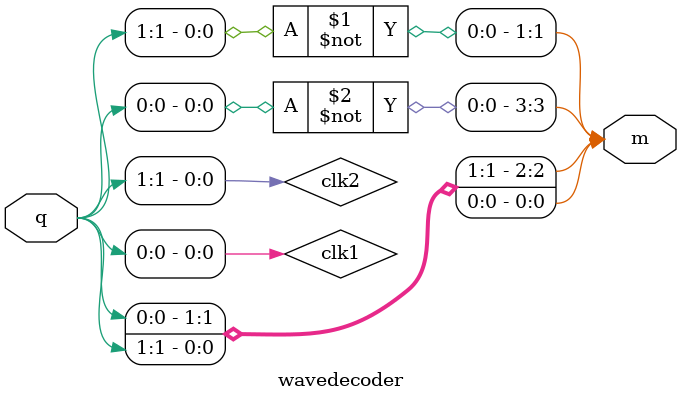
<source format=sv>
module wavedecoder (input logic [1:0] q,
						  output logic [3:0] m);
						  
	logic clk1;
	logic clk2;
	
	assign clk1 = q[0];
	assign clk2 = q[1];
	
	assign m[0] = clk2;
	assign m[1] = ~clk2;
	assign m[2] = clk1;
	assign m[3] = ~clk1;
	
endmodule
</source>
